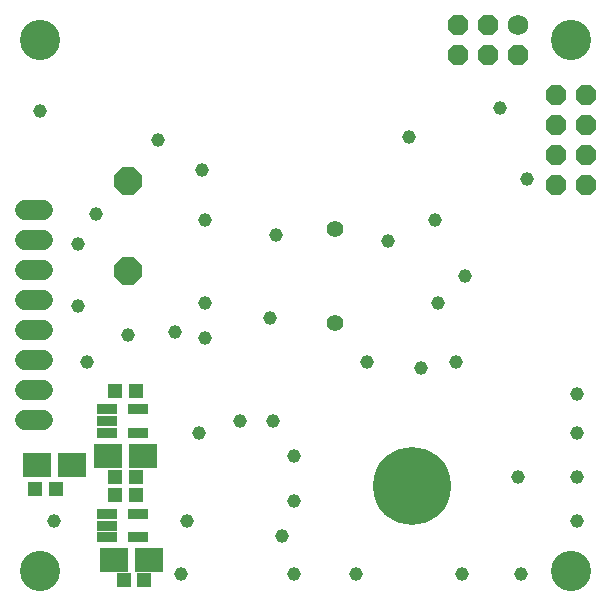
<source format=gbs>
G75*
G70*
%OFA0B0*%
%FSLAX24Y24*%
%IPPOS*%
%LPD*%
%AMOC8*
5,1,8,0,0,1.08239X$1,22.5*
%
%ADD10C,0.1340*%
%ADD11C,0.2600*%
%ADD12R,0.0671X0.0356*%
%ADD13R,0.0493X0.0505*%
%ADD14R,0.0926X0.0789*%
%ADD15C,0.0680*%
%ADD16OC8,0.0680*%
%ADD17C,0.0680*%
%ADD18C,0.0552*%
%ADD19OC8,0.0930*%
%ADD20C,0.0456*%
D10*
X001613Y001245D03*
X019330Y001245D03*
X019330Y018961D03*
X001613Y018961D03*
D11*
X014015Y004099D03*
D12*
X004885Y003163D03*
X004882Y002380D03*
X003859Y002378D03*
X003861Y002772D03*
X003864Y003165D03*
X003854Y005868D03*
X003856Y006263D03*
X003859Y006655D03*
X004880Y006653D03*
X004877Y005870D03*
D13*
X004812Y007248D03*
X004124Y007248D03*
X004124Y004394D03*
X004123Y003805D03*
X004812Y003805D03*
X004813Y004394D03*
X002154Y004001D03*
X001465Y004001D03*
X004419Y000950D03*
X005107Y000950D03*
D14*
X005245Y001640D03*
X004084Y001640D03*
X002686Y004787D03*
X001525Y004787D03*
X003887Y005083D03*
X005049Y005083D03*
D15*
X017574Y019461D03*
D16*
X016574Y019461D03*
X016574Y018461D03*
X017574Y018461D03*
X018830Y017115D03*
X018830Y016115D03*
X018830Y015115D03*
X018830Y014115D03*
X019830Y014115D03*
X019830Y015115D03*
X019830Y016115D03*
X019830Y017115D03*
X015574Y018461D03*
X015574Y019461D03*
D17*
X001717Y013308D02*
X001117Y013308D01*
X001117Y012308D02*
X001717Y012308D01*
X001717Y011308D02*
X001117Y011308D01*
X001117Y010308D02*
X001717Y010308D01*
X001717Y009308D02*
X001117Y009308D01*
X001117Y008308D02*
X001717Y008308D01*
X001717Y007308D02*
X001117Y007308D01*
X001117Y006308D02*
X001717Y006308D01*
D18*
X011456Y009512D03*
X011456Y012662D03*
D19*
X004565Y011261D03*
X004565Y014261D03*
D20*
X003483Y013154D03*
X002893Y012170D03*
X002893Y010103D03*
X004566Y009119D03*
X003188Y008233D03*
X006141Y009217D03*
X007125Y009020D03*
X007125Y010202D03*
X009291Y009709D03*
X009487Y012465D03*
X007125Y012957D03*
X007027Y014631D03*
X005550Y015615D03*
X001613Y016599D03*
X008306Y006265D03*
X009389Y006265D03*
X010078Y005083D03*
X010078Y003607D03*
X009684Y002426D03*
X010078Y001146D03*
X012145Y001146D03*
X015688Y001146D03*
X017657Y001146D03*
X019527Y002918D03*
X019527Y004394D03*
X019527Y005871D03*
X019527Y007150D03*
X017558Y004394D03*
X014310Y008036D03*
X015491Y008233D03*
X014901Y010202D03*
X015787Y011087D03*
X014802Y012957D03*
X013228Y012269D03*
X013917Y015713D03*
X016968Y016698D03*
X017854Y014335D03*
X012539Y008233D03*
X006928Y005871D03*
X006535Y002918D03*
X006338Y001146D03*
X002105Y002918D03*
M02*

</source>
